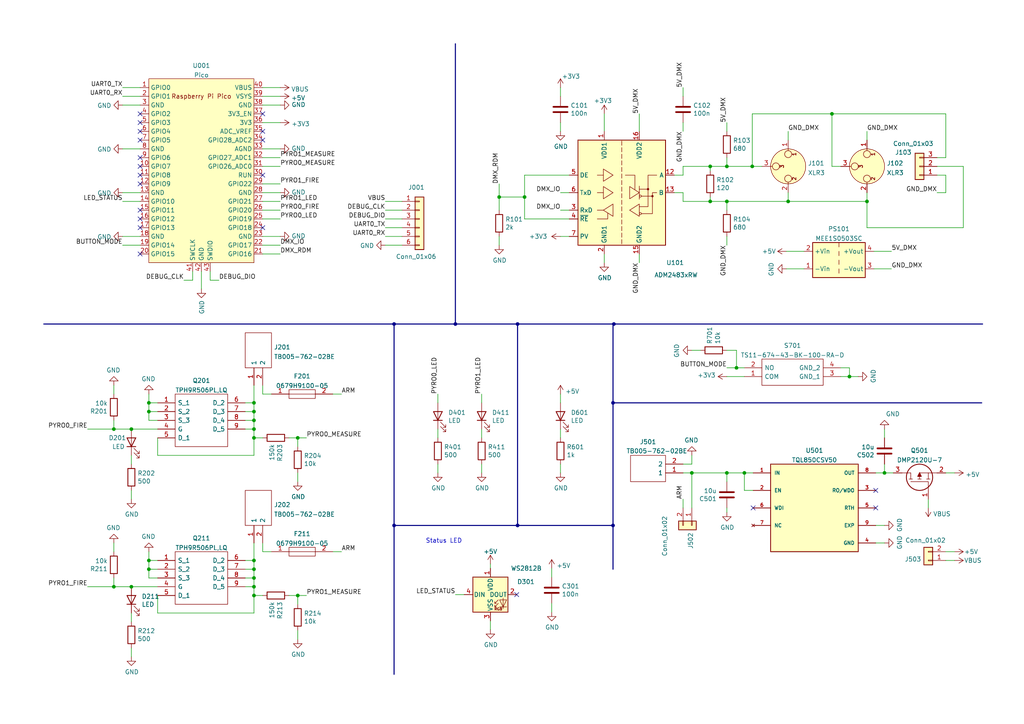
<source format=kicad_sch>
(kicad_sch (version 20211123) (generator eeschema)
  (paper "A4")
  (junction (at 73.66 119.38))
  (junction (at 213.614 106.68))
  (junction (at 256.54 137.16))
  (junction (at 73.66 170.18))
  (junction (at 205.994 48.26))
  (junction (at 200.66 137.16))
  (junction (at 38.1 170.18))
  (junction (at 205.994 58.42))
  (junction (at 33.02 124.46))
  (junction (at 114.3 152.4))
  (junction (at 150.114 152.4))
  (junction (at 246.38 109.22))
  (junction (at 86.36 127))
  (junction (at 144.78 57.15))
  (junction (at 73.66 116.84))
  (junction (at 210.82 137.16))
  (junction (at 210.82 48.26))
  (junction (at 150.114 93.98))
  (junction (at 228.6 58.42))
  (junction (at 86.36 172.72))
  (junction (at 73.66 127))
  (junction (at 177.8 116.84))
  (junction (at 33.02 170.18))
  (junction (at 210.82 58.42))
  (junction (at 251.46 58.42))
  (junction (at 177.8 152.4))
  (junction (at 73.66 124.46))
  (junction (at 73.66 121.92))
  (junction (at 73.66 165.1))
  (junction (at 178.054 93.98))
  (junction (at 73.66 167.64))
  (junction (at 73.66 172.72))
  (junction (at 73.66 162.56))
  (junction (at 43.18 165.1))
  (junction (at 241.3 33.02))
  (junction (at 218.186 48.26))
  (junction (at 132.08 93.98))
  (junction (at 114.3 93.98))
  (junction (at 43.18 119.38))
  (junction (at 215.9 137.16))
  (junction (at 43.18 162.56))
  (junction (at 152.146 57.15))
  (junction (at 38.1 124.46))
  (junction (at 43.18 116.84))
  (no_connect (at 254 147.32))
  (no_connect (at 254 142.24))
  (no_connect (at 218.44 147.32))
  (no_connect (at 40.64 60.96))
  (no_connect (at 40.64 73.66))
  (no_connect (at 76.2 66.04))
  (no_connect (at 76.2 50.8))
  (no_connect (at 40.64 50.8))
  (no_connect (at 40.64 35.56))
  (no_connect (at 40.64 38.1))
  (no_connect (at 40.64 48.26))
  (no_connect (at 76.2 33.02))
  (no_connect (at 40.64 45.72))
  (no_connect (at 40.64 66.04))
  (no_connect (at 76.2 40.64))
  (no_connect (at 40.64 40.64))
  (no_connect (at 40.64 63.5))
  (no_connect (at 40.64 33.02))
  (no_connect (at 149.86 172.466))
  (no_connect (at 40.64 53.34))
  (no_connect (at 76.2 38.1))
  (wire (pts (xy 25.4 170.18) (xy 33.02 170.18)))
  (wire (pts (xy 35.56 58.42) (xy 40.64 58.42)))
  (wire (pts (xy 76.2 111.76) (xy 76.2 114.3)))
  (wire (pts (xy 38.1 134.62) (xy 38.1 132.08)))
  (wire (pts (xy 198.12 35.56) (xy 198.12 38.1)))
  (wire (pts (xy 43.18 165.1) (xy 45.72 165.1)))
  (wire (pts (xy 210.82 58.42) (xy 228.6 58.42)))
  (wire (pts (xy 71.12 119.38) (xy 73.66 119.38)))
  (wire (pts (xy 76.2 25.4) (xy 81.28 25.4)))
  (wire (pts (xy 73.66 127) (xy 76.2 127)))
  (wire (pts (xy 198.12 50.8) (xy 198.12 48.26)))
  (wire (pts (xy 274.32 50.8) (xy 274.32 55.88)))
  (wire (pts (xy 228.092 72.898) (xy 233.172 72.898)))
  (wire (pts (xy 254 137.16) (xy 256.54 137.16)))
  (wire (pts (xy 86.36 127) (xy 88.9 127)))
  (wire (pts (xy 45.72 132.08) (xy 73.66 132.08)))
  (wire (pts (xy 162.56 35.56) (xy 162.56 38.1)))
  (wire (pts (xy 269.24 144.78) (xy 269.24 147.32)))
  (wire (pts (xy 198.12 55.88) (xy 198.12 58.42)))
  (wire (pts (xy 73.66 162.56) (xy 71.12 162.56)))
  (wire (pts (xy 127 116.84) (xy 127 114.3)))
  (wire (pts (xy 76.2 27.94) (xy 81.28 27.94)))
  (wire (pts (xy 33.02 167.64) (xy 33.02 170.18)))
  (wire (pts (xy 210.82 147.32) (xy 210.82 148.59)))
  (wire (pts (xy 251.46 55.88) (xy 251.46 58.42)))
  (wire (pts (xy 86.36 182.88) (xy 86.36 185.42)))
  (wire (pts (xy 274.32 137.16) (xy 276.86 137.16)))
  (bus (pts (xy 12.7 93.98) (xy 114.3 93.98)))
  (bus (pts (xy 132.08 12.7) (xy 132.08 93.98)))
  (wire (pts (xy 86.36 137.16) (xy 86.36 139.7)))
  (wire (pts (xy 60.96 81.28) (xy 63.5 81.28)))
  (wire (pts (xy 198.12 134.62) (xy 200.66 134.62)))
  (wire (pts (xy 45.72 127) (xy 45.72 132.08)))
  (wire (pts (xy 228.6 38.1) (xy 228.6 40.64)))
  (wire (pts (xy 210.82 139.7) (xy 210.82 137.16)))
  (wire (pts (xy 243.84 106.68) (xy 246.38 106.68)))
  (bus (pts (xy 150.114 93.98) (xy 150.114 152.4)))
  (wire (pts (xy 76.2 53.34) (xy 81.28 53.34)))
  (wire (pts (xy 73.66 157.48) (xy 73.66 162.56)))
  (wire (pts (xy 195.58 55.88) (xy 198.12 55.88)))
  (wire (pts (xy 86.36 172.72) (xy 88.9 172.72)))
  (wire (pts (xy 271.78 45.72) (xy 274.32 45.72)))
  (wire (pts (xy 33.02 170.18) (xy 38.1 170.18)))
  (wire (pts (xy 200.66 132.08) (xy 200.66 134.62)))
  (wire (pts (xy 175.26 33.02) (xy 175.26 38.1)))
  (wire (pts (xy 111.76 63.5) (xy 116.586 63.5)))
  (wire (pts (xy 76.2 48.26) (xy 81.28 48.26)))
  (wire (pts (xy 38.1 144.78) (xy 38.1 142.24)))
  (bus (pts (xy 177.8 93.98) (xy 177.8 116.84)))
  (wire (pts (xy 33.02 114.3) (xy 33.02 111.76)))
  (wire (pts (xy 40.64 68.58) (xy 35.56 68.58)))
  (wire (pts (xy 213.614 101.6) (xy 213.614 106.68)))
  (bus (pts (xy 177.8 116.84) (xy 284.734 116.84)))
  (wire (pts (xy 76.2 30.48) (xy 81.28 30.48)))
  (wire (pts (xy 205.994 49.53) (xy 205.994 48.26)))
  (wire (pts (xy 76.2 35.56) (xy 81.28 35.56)))
  (wire (pts (xy 73.66 116.84) (xy 71.12 116.84)))
  (wire (pts (xy 144.78 68.58) (xy 144.78 71.12)))
  (wire (pts (xy 111.76 68.58) (xy 116.586 68.58)))
  (wire (pts (xy 45.72 121.92) (xy 43.18 121.92)))
  (wire (pts (xy 144.78 57.15) (xy 152.146 57.15)))
  (bus (pts (xy 178.054 93.98) (xy 284.988 93.98)))
  (wire (pts (xy 215.9 137.16) (xy 215.9 142.24)))
  (bus (pts (xy 114.3 152.4) (xy 150.114 152.4)))
  (wire (pts (xy 86.36 172.72) (xy 86.36 175.26)))
  (wire (pts (xy 127 127) (xy 127 124.46)))
  (wire (pts (xy 35.56 27.94) (xy 40.64 27.94)))
  (wire (pts (xy 40.64 55.88) (xy 35.56 55.88)))
  (wire (pts (xy 43.18 119.38) (xy 43.18 116.84)))
  (wire (pts (xy 228.092 77.978) (xy 233.172 77.978)))
  (wire (pts (xy 25.4 124.46) (xy 33.02 124.46)))
  (wire (pts (xy 210.82 106.68) (xy 213.614 106.68)))
  (wire (pts (xy 73.66 170.18) (xy 73.66 167.64)))
  (wire (pts (xy 139.7 116.84) (xy 139.7 114.3)))
  (wire (pts (xy 279.4 48.26) (xy 279.4 66.04)))
  (wire (pts (xy 139.7 127) (xy 139.7 124.46)))
  (wire (pts (xy 71.12 167.64) (xy 73.66 167.64)))
  (wire (pts (xy 248.92 109.22) (xy 246.38 109.22)))
  (wire (pts (xy 144.78 57.15) (xy 144.78 60.96)))
  (wire (pts (xy 76.2 114.3) (xy 78.74 114.3)))
  (wire (pts (xy 71.12 170.18) (xy 73.66 170.18)))
  (wire (pts (xy 76.2 157.48) (xy 76.2 160.02)))
  (wire (pts (xy 76.2 73.66) (xy 81.28 73.66)))
  (wire (pts (xy 76.2 68.58) (xy 81.28 68.58)))
  (wire (pts (xy 198.12 48.26) (xy 205.994 48.26)))
  (bus (pts (xy 177.8 152.4) (xy 177.8 165.1)))
  (wire (pts (xy 198.12 137.16) (xy 200.66 137.16)))
  (wire (pts (xy 210.82 45.72) (xy 210.82 48.26)))
  (wire (pts (xy 96.52 160.02) (xy 99.06 160.02)))
  (wire (pts (xy 218.186 48.26) (xy 220.98 48.26)))
  (wire (pts (xy 251.46 38.1) (xy 251.46 40.64)))
  (wire (pts (xy 162.56 55.88) (xy 165.1 55.88)))
  (wire (pts (xy 185.42 73.66) (xy 185.42 76.2)))
  (wire (pts (xy 241.3 33.02) (xy 218.186 33.02)))
  (wire (pts (xy 45.72 172.72) (xy 45.72 177.8)))
  (wire (pts (xy 53.34 81.28) (xy 55.88 81.28)))
  (wire (pts (xy 60.96 78.74) (xy 60.96 81.28)))
  (wire (pts (xy 73.66 119.38) (xy 73.66 116.84)))
  (wire (pts (xy 152.146 50.8) (xy 152.146 57.15)))
  (wire (pts (xy 33.02 160.02) (xy 33.02 157.48)))
  (wire (pts (xy 86.36 127) (xy 86.36 129.54)))
  (bus (pts (xy 114.3 195.58) (xy 114.3 152.4)))
  (wire (pts (xy 274.32 162.56) (xy 276.86 162.56)))
  (wire (pts (xy 243.84 109.22) (xy 246.38 109.22)))
  (wire (pts (xy 40.64 30.48) (xy 35.56 30.48)))
  (wire (pts (xy 160.02 175.006) (xy 160.02 177.546)))
  (wire (pts (xy 195.58 50.8) (xy 198.12 50.8)))
  (wire (pts (xy 73.66 170.18) (xy 73.66 172.72)))
  (wire (pts (xy 198.12 144.78) (xy 198.12 147.32)))
  (wire (pts (xy 73.66 127) (xy 73.66 132.08)))
  (bus (pts (xy 114.3 152.4) (xy 114.3 93.98)))
  (wire (pts (xy 205.994 48.26) (xy 210.82 48.26)))
  (wire (pts (xy 256.54 124.46) (xy 256.54 127)))
  (wire (pts (xy 256.54 137.16) (xy 259.08 137.16)))
  (wire (pts (xy 246.38 106.68) (xy 246.38 109.22)))
  (wire (pts (xy 111.76 66.04) (xy 116.586 66.04)))
  (wire (pts (xy 210.82 35.56) (xy 210.82 38.1)))
  (wire (pts (xy 162.56 68.58) (xy 165.1 68.58)))
  (wire (pts (xy 83.82 172.72) (xy 86.36 172.72)))
  (wire (pts (xy 251.46 66.04) (xy 251.46 58.42)))
  (wire (pts (xy 73.66 167.64) (xy 73.66 165.1)))
  (bus (pts (xy 177.8 116.84) (xy 177.8 152.4)))
  (wire (pts (xy 43.18 167.64) (xy 43.18 165.1)))
  (wire (pts (xy 162.56 127) (xy 162.56 124.46)))
  (wire (pts (xy 38.1 190.5) (xy 38.1 187.96)))
  (wire (pts (xy 71.12 124.46) (xy 73.66 124.46)))
  (wire (pts (xy 218.186 33.02) (xy 218.186 48.26)))
  (wire (pts (xy 256.54 134.62) (xy 256.54 137.16)))
  (wire (pts (xy 200.66 137.16) (xy 210.82 137.16)))
  (wire (pts (xy 73.66 124.46) (xy 73.66 127)))
  (wire (pts (xy 198.12 25.4) (xy 198.12 27.94)))
  (wire (pts (xy 165.1 50.8) (xy 152.146 50.8)))
  (wire (pts (xy 271.78 50.8) (xy 274.32 50.8)))
  (wire (pts (xy 73.66 121.92) (xy 73.66 119.38)))
  (wire (pts (xy 139.7 137.16) (xy 139.7 134.62)))
  (wire (pts (xy 55.88 81.28) (xy 55.88 78.74)))
  (wire (pts (xy 274.32 33.02) (xy 241.3 33.02)))
  (wire (pts (xy 40.64 43.18) (xy 35.56 43.18)))
  (wire (pts (xy 71.12 121.92) (xy 73.66 121.92)))
  (wire (pts (xy 160.02 164.846) (xy 160.02 167.386)))
  (wire (pts (xy 38.1 180.34) (xy 38.1 177.8)))
  (wire (pts (xy 132.08 172.466) (xy 134.62 172.466)))
  (wire (pts (xy 215.9 142.24) (xy 218.44 142.24)))
  (wire (pts (xy 73.66 124.46) (xy 73.66 121.92)))
  (wire (pts (xy 33.02 124.46) (xy 38.1 124.46)))
  (wire (pts (xy 210.82 137.16) (xy 215.9 137.16)))
  (wire (pts (xy 271.78 48.26) (xy 279.4 48.26)))
  (wire (pts (xy 111.76 58.42) (xy 116.586 58.42)))
  (wire (pts (xy 210.82 101.6) (xy 213.614 101.6)))
  (wire (pts (xy 35.56 25.4) (xy 40.64 25.4)))
  (wire (pts (xy 45.72 167.64) (xy 43.18 167.64)))
  (wire (pts (xy 33.02 121.92) (xy 33.02 124.46)))
  (wire (pts (xy 43.18 116.84) (xy 45.72 116.84)))
  (wire (pts (xy 43.18 121.92) (xy 43.18 119.38)))
  (wire (pts (xy 111.76 60.96) (xy 116.586 60.96)))
  (wire (pts (xy 35.56 71.12) (xy 40.64 71.12)))
  (wire (pts (xy 76.2 60.96) (xy 81.28 60.96)))
  (wire (pts (xy 142.24 180.086) (xy 142.24 182.626)))
  (wire (pts (xy 200.66 137.16) (xy 200.66 147.32)))
  (wire (pts (xy 142.24 164.846) (xy 142.24 163.576)))
  (wire (pts (xy 210.82 48.26) (xy 218.186 48.26)))
  (wire (pts (xy 175.26 73.66) (xy 175.26 76.2)))
  (wire (pts (xy 76.2 43.18) (xy 81.28 43.18)))
  (wire (pts (xy 58.42 78.74) (xy 58.42 83.82)))
  (wire (pts (xy 254 157.48) (xy 256.54 157.48)))
  (wire (pts (xy 73.66 165.1) (xy 73.66 162.56)))
  (wire (pts (xy 76.2 45.72) (xy 81.28 45.72)))
  (wire (pts (xy 253.492 77.978) (xy 258.572 77.978)))
  (wire (pts (xy 274.32 55.88) (xy 271.78 55.88)))
  (wire (pts (xy 152.146 63.5) (xy 165.1 63.5)))
  (wire (pts (xy 38.1 124.46) (xy 45.72 124.46)))
  (wire (pts (xy 73.66 111.76) (xy 73.66 116.84)))
  (wire (pts (xy 162.56 60.96) (xy 165.1 60.96)))
  (wire (pts (xy 243.84 48.26) (xy 241.3 48.26)))
  (wire (pts (xy 279.4 66.04) (xy 251.46 66.04)))
  (wire (pts (xy 73.66 172.72) (xy 76.2 172.72)))
  (wire (pts (xy 43.18 114.3) (xy 43.18 116.84)))
  (wire (pts (xy 185.42 33.02) (xy 185.42 38.1)))
  (wire (pts (xy 228.6 55.88) (xy 228.6 58.42)))
  (wire (pts (xy 76.2 160.02) (xy 78.74 160.02)))
  (wire (pts (xy 71.12 165.1) (xy 73.66 165.1)))
  (wire (pts (xy 253.492 72.898) (xy 258.572 72.898)))
  (wire (pts (xy 38.1 170.18) (xy 45.72 170.18)))
  (wire (pts (xy 45.72 177.8) (xy 73.66 177.8)))
  (wire (pts (xy 251.46 58.42) (xy 228.6 58.42)))
  (wire (pts (xy 210.82 58.42) (xy 210.82 60.96)))
  (wire (pts (xy 43.18 160.02) (xy 43.18 162.56)))
  (wire (pts (xy 274.32 160.02) (xy 276.86 160.02)))
  (wire (pts (xy 73.66 172.72) (xy 73.66 177.8)))
  (wire (pts (xy 198.12 58.42) (xy 205.994 58.42)))
  (wire (pts (xy 215.9 137.16) (xy 218.44 137.16)))
  (bus (pts (xy 150.114 93.98) (xy 177.8 93.98)))
  (wire (pts (xy 152.146 57.15) (xy 152.146 63.5)))
  (wire (pts (xy 96.52 114.3) (xy 99.06 114.3)))
  (wire (pts (xy 76.2 58.42) (xy 81.28 58.42)))
  (wire (pts (xy 200.66 101.6) (xy 203.2 101.6)))
  (wire (pts (xy 111.76 71.12) (xy 116.586 71.12)))
  (wire (pts (xy 205.994 58.42) (xy 210.82 58.42)))
  (wire (pts (xy 83.82 127) (xy 86.36 127)))
  (wire (pts (xy 210.82 109.22) (xy 215.9 109.22)))
  (wire (pts (xy 76.2 71.12) (xy 81.28 71.12)))
  (wire (pts (xy 144.78 53.34) (xy 144.78 57.15)))
  (wire (pts (xy 254 152.4) (xy 256.54 152.4)))
  (wire (pts (xy 210.82 68.58) (xy 210.82 71.12)))
  (bus (pts (xy 150.114 152.4) (xy 177.8 152.4)))
  (bus (pts (xy 114.3 93.98) (xy 132.08 93.98)))
  (wire (pts (xy 76.2 63.5) (xy 81.28 63.5)))
  (wire (pts (xy 205.994 57.15) (xy 205.994 58.42)))
  (wire (pts (xy 43.18 119.38) (xy 45.72 119.38)))
  (wire (pts (xy 43.18 165.1) (xy 43.18 162.56)))
  (wire (pts (xy 127 137.16) (xy 127 134.62)))
  (bus (pts (xy 132.08 93.98) (xy 150.114 93.98)))
  (wire (pts (xy 241.3 48.26) (xy 241.3 33.02)))
  (wire (pts (xy 43.18 162.56) (xy 45.72 162.56)))
  (wire (pts (xy 76.2 55.88) (xy 81.28 55.88)))
  (wire (pts (xy 274.32 45.72) (xy 274.32 33.02)))
  (wire (pts (xy 162.56 25.4) (xy 162.56 27.94)))
  (wire (pts (xy 162.56 116.84) (xy 162.56 114.3)))
  (wire (pts (xy 162.56 137.16) (xy 162.56 134.62)))
  (wire (pts (xy 213.614 106.68) (xy 215.9 106.68)))
  (text "Status LED" (at 123.444 157.734 0) (effects (font (size 1.27 1.27)) (justify left bottom)))
  (label "PYRO1_MEASURE" (at 81.28 45.72 0))
  (label "PYRO0_MEASURE" (at 81.28 48.26 0))
  (label "PYRO1_FIRE" (at 25.4 170.18 180))
  (label "UART0_RX" (at 35.56 27.94 180))
  (label "DEBUG_DIO" (at 63.5 81.28 0))
  (label "DEBUG_CLK" (at 53.34 81.28 180))
  (label "PYRO0_LED" (at 81.28 63.5 0))
  (label "LED_STATUS" (at 35.56 58.42 180))
  (label "GND_DMX" (at 210.82 71.12 270))
  (label "PYRO1_LED" (at 81.28 58.42 0))
  (label "ARM" (at 198.12 144.78 90))
  (label "GND_DMX" (at 251.46 38.1 0))
  (label "PYRO1_MEASURE" (at 88.9 172.72 0))
  (label "5V_DMX" (at 198.12 25.4 90))
  (label "LED_STATUS" (at 132.08 172.466 180))
  (label "5V_DMX" (at 258.572 72.898 0))
  (label "DMX_RDM" (at 81.28 73.66 0))
  (label "VBUS" (at 111.76 58.42 180))
  (label "GND_DMX" (at 185.42 76.2 270))
  (label "DMX_RDM" (at 144.78 53.34 90))
  (label "PYRO1_LED" (at 139.7 114.3 90))
  (label "BUTTON_MODE" (at 35.56 71.12 180))
  (label "PYRO0_FIRE" (at 25.4 124.46 180))
  (label "UART0_TX" (at 111.76 66.04 180))
  (label "GND_DMX" (at 271.78 55.88 180))
  (label "GND_DMX" (at 258.572 77.978 0))
  (label "5V_DMX" (at 185.42 33.02 90))
  (label "DEBUG_CLK" (at 111.76 60.96 180))
  (label "PYRO0_FIRE" (at 81.28 60.96 0))
  (label "ARM" (at 99.06 160.02 0))
  (label "ARM" (at 99.06 114.3 0))
  (label "GND_DMX" (at 228.6 38.1 0))
  (label "DEBUG_DIO" (at 111.76 63.5 180))
  (label "BUTTON_MODE" (at 210.82 106.68 180))
  (label "PYRO1_FIRE" (at 81.28 53.34 0))
  (label "PYRO0_LED" (at 127 114.3 90))
  (label "UART0_RX" (at 111.76 68.58 180))
  (label "GND_DMX" (at 198.12 38.1 270))
  (label "5V_DMX" (at 210.82 35.56 90))
  (label "PYRO0_MEASURE" (at 88.9 127 0))
  (label "DMX_IO" (at 162.56 55.88 180))
  (label "UART0_TX" (at 35.56 25.4 180))
  (label "DMX_IO" (at 162.56 60.96 180))
  (label "DMX_IO" (at 81.28 71.12 0))
  (symbol (lib_id "power:GND") (at 81.28 43.18 90) (unit 1)
    (property "Reference" "#PWR0109" (effects hide))
    (property "Value" "GND" (at 84.5312 43.053 90) (effects (justify right)))
  )
  (symbol (lib_id "power:+5V") (at 228.092 72.898 90) (unit 1)
    (property "Reference" "#PWR0125" (effects hide))
    (property "Value" "+5V" (at 220.98 72.898 90) (effects (justify right)))
  )
  (symbol (lib_id "power:GND") (at 43.18 160.02 180) (unit 1)
    (property "Reference" "#PWR0124" (effects hide))
    (property "Value" "GND" (at 43.053 155.6258 0))
  )
  (symbol (lib_id "Device:LED") (at 162.56 120.65 90) (unit 1)
    (property "Reference" "D601" (at 165.5572 119.6594 90) (effects (justify right)))
    (property "Value" "LED" (at 165.5572 121.9708 90) (effects (justify right)))
    (property "Footprint" "LED_SMD:LED_0603_1608Metric" (effects hide))
  )
  (symbol (lib_id "power:+5V") (at 160.02 164.846 0) (unit 1)
    (property "Reference" "#PWR0118" (effects hide))
    (property "Value" "+5V" (at 161.417 164.055 0) (effects (justify left)))
  )
  (symbol (lib_id "power:+3.3V") (at 162.56 25.4 0) (unit 1)
    (property "Reference" "#PWR0129" (effects hide))
    (property "Value" "+3.3V" (at 162.941 22.1488 0) (effects (justify left)))
  )
  (symbol (lib_id "power:GND") (at 160.02 177.546 0) (unit 1)
    (property "Reference" "#PWR0117" (effects hide))
    (property "Value" "GND" (at 160.147 181.9402 0))
  )
  (symbol (lib_id "Device:C") (at 160.02 171.196 0) (unit 1)
    (property "Reference" "C301" (at 162.941 170.0276 0) (effects (justify left)))
    (property "Value" "100n" (at 162.941 172.339 0) (effects (justify left)))
    (property "Footprint" "Capacitor_SMD:C_0402_1005Metric" (effects hide))
    (property "PN" "LMK105B7104KVHF" (effects hide))
  )
  (symbol (lib_id "Device:C") (at 162.56 31.75 0) (unit 1)
    (property "Reference" "C101" (at 165.481 30.5816 0) (effects (justify left)))
    (property "Value" "100n" (at 165.481 32.893 0) (effects (justify left)))
    (property "Footprint" "Capacitor_SMD:C_0402_1005Metric" (effects hide))
    (property "PN" "LMK105B7104KVHF" (effects hide))
  )
  (symbol (lib_id "Device:C") (at 256.54 130.81 180) (unit 1)
    (property "Reference" "C502" (at 253.619 131.9784 0) (effects (justify left)))
    (property "Value" "10u" (at 253.619 129.667 0) (effects (justify left)))
    (property "Footprint" "Capacitor_SMD:C_0805_2012Metric_Pad1.18x1.45mm_HandSolder" (effects hide))
  )
  (symbol (lib_id "power:GND") (at 43.18 114.3 180) (unit 1)
    (property "Reference" "#PWR0119" (effects hide))
    (property "Value" "GND" (at 43.053 109.9058 0))
  )
  (symbol (lib_id "Device:R") (at 86.36 179.07 180) (unit 1)
    (property "Reference" "R214" (at 88.138 177.9016 0) (effects (justify right)))
    (property "Value" "10k" (at 88.138 180.213 0) (effects (justify right)))
    (property "Footprint" "Resistor_SMD:R_0402_1005Metric" (effects hide))
    (property "PN" "RC0402FR-0730KL" (effects hide))
  )
  (symbol (lib_id "TB005-762-02BE:TB005-762-02BE") (at 73.66 157.48 90) (unit 1)
    (property "Reference" "J202" (at 79.4512 146.4115 90) (effects (justify right)))
    (property "Value" "TB005-762-02BE" (at 79.4512 149.1866 90) (effects (justify right)))
    (property "Footprint" "TB00576202BE" (effects hide))
    (property "Datasheet" "https://componentsearchengine.com/Datasheets/1/TB005-762-02BE.pdf" (effects hide))
    (property "Description" "Fixed Terminal Blocks screw type, 7.62 , horizontal, 2 poles, CUI Blue, slotted screw, PCB mount" (effects hide))
    (property "Height" "21.7" (effects hide))
    (property "Mouser Part Number" "490-TB005-762-02BE" (effects hide))
    (property "Mouser Price/Stock" "https://www.mouser.co.uk/ProductDetail/CUI-Devices/TB005-762-02BE?qs=vLWxofP3U2zXv1H2wuShow%3D%3D" (effects hide))
    (property "Manufacturer_Name" "CUI Inc." (effects hide))
    (property "Manufacturer_Part_Number" "TB005-762-02BE" (effects hide))
  )
  (symbol (lib_id "Interface_UART:ADM2483xRW") (at 180.34 55.88 0) (unit 1)
    (property "Reference" "U101" (at 195.834 76.2 0))
    (property "Value" "ADM2483xRW" (at 196.088 79.756 0))
    (property "Footprint" "Package_SO:SOIC-16W_7.5x10.3mm_P1.27mm" (effects hide))
    (property "Datasheet" "https://www.analog.com/media/en/technical-documentation/data-sheets/adm2483.pdf" (effects hide))
  )
  (symbol (lib_id "power:GND") (at 248.92 109.22 90) (unit 1)
    (property "Reference" "#PWR0139" (effects hide))
    (property "Value" "GND" (at 253.3142 109.093 0))
  )
  (symbol (lib_id "Device:R") (at 162.56 130.81 0) (unit 1)
    (property "Reference" "R601" (at 164.338 129.6416 0) (effects (justify left)))
    (property "Value" "1k" (at 164.338 131.953 0) (effects (justify left)))
    (property "Footprint" "Resistor_SMD:R_0402_1005Metric" (effects hide))
    (property "PN" "RC0402FR-071KP‎" (effects hide))
  )
  (symbol (lib_id "power:GND") (at 35.56 68.58 270) (unit 1)
    (property "Reference" "#PWR0102" (effects hide))
    (property "Value" "GND" (at 32.3088 68.707 90) (effects (justify right)))
  )
  (symbol (lib_id "Device:C") (at 198.12 31.75 0) (unit 1)
    (property "Reference" "C102" (at 201.041 30.5816 0) (effects (justify left)))
    (property "Value" "100n" (at 201.041 32.893 0) (effects (justify left)))
    (property "Footprint" "Capacitor_SMD:C_0402_1005Metric" (effects hide))
    (property "PN" "LMK105B7104KVHF" (effects hide))
  )
  (symbol (lib_id "Device:R") (at 207.01 101.6 90) (unit 1)
    (property "Reference" "R701" (at 205.8416 99.822 0) (effects (justify left)))
    (property "Value" "10k" (at 208.153 99.822 0) (effects (justify left)))
    (property "Footprint" "Resistor_SMD:R_0402_1005Metric" (effects hide))
    (property "PN" "RC0402FR-071KP‎" (effects hide))
  )
  (symbol (lib_id "Device:R") (at 38.1 184.15 0) (unit 1)
    (property "Reference" "R212" (at 39.878 182.9816 0) (effects (justify left)))
    (property "Value" "500" (at 39.878 185.293 0) (effects (justify left)))
    (property "Footprint" "Resistor_SMD:R_0402_1005Metric" (effects hide))
    (property "PN" "RC0402FR-071KP‎" (effects hide))
  )
  (symbol (lib_id "power:GND") (at 162.56 137.16 0) (unit 1)
    (property "Reference" "#PWR0138" (effects hide))
    (property "Value" "GND" (at 162.687 141.5542 0))
  )
  (symbol (lib_id "LED:WS2812B") (at 142.24 172.466 0) (unit 1)
    (property "Reference" "D301" (at 152.5459 168.7408 0))
    (property "Value" "WS2812B" (at 152.654 164.846 0))
    (property "Footprint" "LED_SMD:LED_WS2812B_PLCC4_5.0x5.0mm_P3.2mm" (effects hide))
    (property "Datasheet" "https://cdn-shop.adafruit.com/datasheets/WS2812B.pdf" (effects hide))
  )
  (symbol (lib_id "Device:LED") (at 38.1 173.99 90) (unit 1)
    (property "Reference" "D211" (at 41.0972 172.9994 90) (effects (justify right)))
    (property "Value" "LED" (at 41.0972 175.3108 90) (effects (justify right)))
    (property "Footprint" "LED_SMD:LED_0603_1608Metric" (effects hide))
  )
  (symbol (lib_id "Device:R") (at 127 130.81 0) (unit 1)
    (property "Reference" "R401" (at 128.778 129.6416 0) (effects (justify left)))
    (property "Value" "500" (at 128.778 131.953 0) (effects (justify left)))
    (property "Footprint" "Resistor_SMD:R_0402_1005Metric" (effects hide))
    (property "PN" "RC0402FR-071KP‎" (effects hide))
  )
  (symbol (lib_id "Device:R") (at 80.01 172.72 90) (unit 1)
    (property "Reference" "R213" (at 81.1784 174.498 0) (effects (justify right)))
    (property "Value" "150k" (at 78.867 174.498 0) (effects (justify right)))
    (property "Footprint" "Resistor_SMD:R_0402_1005Metric" (effects hide))
    (property "PN" "RC0402FR-07150KL" (effects hide))
  )
  (symbol (lib_id "power:GND") (at 127 137.16 0) (unit 1)
    (property "Reference" "#PWR0120" (effects hide))
    (property "Value" "GND" (at 127.127 141.5542 0))
  )
  (symbol (lib_id "power:GND") (at 86.36 139.7 0) (unit 1)
    (property "Reference" "#PWR0136" (effects hide))
    (property "Value" "GND" (at 86.487 144.0942 0))
  )
  (symbol (lib_id "Device:R") (at 33.02 163.83 0) (unit 1)
    (property "Reference" "R211" (at 31.242 164.9984 0) (effects (justify right)))
    (property "Value" "10k" (at 31.242 162.687 0) (effects (justify right)))
    (property "Footprint" "Resistor_SMD:R_0402_1005Metric" (effects hide))
    (property "PN" "RC0402FR-0710KL‎" (effects hide))
  )
  (symbol (lib_id "Device:R") (at 210.82 64.77 0) (unit 1)
    (property "Reference" "R104" (at 212.598 63.6016 0) (effects (justify left)))
    (property "Value" "680" (at 212.598 65.913 0) (effects (justify left)))
    (property "Footprint" "Resistor_SMD:R_0402_1005Metric" (effects hide))
    (property "PN" "RC0402FR-071KP‎" (effects hide))
  )
  (symbol (lib_id "DMP2120U-7:DMP2120U-7") (at 269.24 144.78 90) (unit 1)
    (property "Reference" "Q501" (at 266.7 130.6535 90))
    (property "Value" "DMP2120U-7" (at 266.7 133.4286 90))
    (property "Footprint" "SOT96P240X110-3N" (effects hide))
    (property "Datasheet" "https://www.diodes.com/assets/Datasheets/DMP2120U.pdf" (effects hide))
    (property "Description" "DMP2120U-7 P-Channel MOSFET, 3 (State) A, 3.8 (Steady) A, 20 V, 3-Pin SOT-23 Diodes Inc" (effects hide))
    (property "Height" "1.1" (effects hide))
    (property "Mouser Part Number" "621-DMP2120U-7" (effects hide))
    (property "Mouser Price/Stock" "https://www.mouser.co.uk/ProductDetail/Diodes-Incorporated/DMP2120U-7?qs=rrS6PyfT74danH7MTikTvQ%3D%3D" (effects hide))
    (property "Manufacturer_Name" "Diodes Inc." (effects hide))
    (property "Manufacturer_Part_Number" "DMP2120U-7" (effects hide))
  )
  (symbol (lib_id "power:GND") (at 81.28 55.88 90) (unit 1)
    (property "Reference" "#PWR0111" (effects hide))
    (property "Value" "GND" (at 84.5312 55.753 90) (effects (justify right)))
  )
  (symbol (lib_id "Device:R") (at 80.01 127 90) (unit 1)
    (property "Reference" "R203" (at 81.1784 128.778 0) (effects (justify right)))
    (property "Value" "150k" (at 78.867 128.778 0) (effects (justify right)))
    (property "Footprint" "Resistor_SMD:R_0402_1005Metric" (effects hide))
    (property "PN" "RC0402FR-07150KL" (effects hide))
  )
  (symbol (lib_id "Connector_Generic:Conn_01x02") (at 200.66 152.4 270) (unit 1)
    (property "Reference" "J502" (at 200.2985 154.432 0) (effects (justify left)))
    (property "Value" "Conn_01x02" (at 192.786 149.606 0) (effects (justify left)))
    (property "Footprint" "Connector_AMASS:AMASS_XT30U-F_1x02_P5.0mm_Vertical" (effects hide))
  )
  (symbol (lib_id "power:GND") (at 35.56 55.88 270) (unit 1)
    (property "Reference" "#PWR0101" (effects hide))
    (property "Value" "GND" (at 32.3088 56.007 90) (effects (justify right)))
  )
  (symbol (lib_id "power:GND") (at 38.1 190.5 0) (unit 1)
    (property "Reference" "#PWR0135" (effects hide))
    (property "Value" "GND" (at 38.227 194.8942 0))
  )
  (symbol (lib_id "Device:R") (at 144.78 64.77 0) (unit 1)
    (property "Reference" "R101" (at 146.558 63.6016 0) (effects (justify left)))
    (property "Value" "2k" (at 146.558 65.913 0) (effects (justify left)))
    (property "Footprint" "Resistor_SMD:R_0402_1005Metric" (effects hide))
    (property "PN" "RC0402FR-071KP‎" (effects hide))
  )
  (symbol (lib_id "Device:LED") (at 127 120.65 90) (unit 1)
    (property "Reference" "D401" (at 129.9972 119.6594 90) (effects (justify right)))
    (property "Value" "LED" (at 129.9972 121.9708 90) (effects (justify right)))
    (property "Footprint" "LED_SMD:LED_0603_1608Metric" (effects hide))
  )
  (symbol (lib_id "power:+5V") (at 162.56 114.3 0) (unit 1)
    (property "Reference" "#PWR0137" (effects hide))
    (property "Value" "+5V" (at 163.957 113.509 0) (effects (justify left)))
  )
  (symbol (lib_id "power:GND") (at 38.1 144.78 0) (unit 1)
    (property "Reference" "#PWR0132" (effects hide))
    (property "Value" "GND" (at 38.227 149.1742 0))
  )
  (symbol (lib_id "power:GND") (at 111.76 71.12 270) (unit 1)
    (property "Reference" "#PWR0131" (effects hide))
    (property "Value" "GND" (at 108.5088 71.247 90) (effects (justify right)))
  )
  (symbol (lib_id "power:VBUS") (at 81.28 25.4 270) (unit 1)
    (property "Reference" "#PWR0113" (effects hide))
    (property "Value" "VBUS" (at 84.455 25.879 90) (effects (justify left)))
  )
  (symbol (lib_id "power:GND") (at 86.36 185.42 0) (unit 1)
    (property "Reference" "#PWR0108" (effects hide))
    (property "Value" "GND" (at 86.487 189.8142 0))
  )
  (symbol (lib_id "power:GND") (at 139.7 137.16 0) (unit 1)
    (property "Reference" "#PWR0133" (effects hide))
    (property "Value" "GND" (at 139.827 141.5542 0))
  )
  (symbol (lib_id "TPH9R506PL_LQ:TPH9R506PL,LQ") (at 45.72 162.56 0) (unit 1)
    (property "Reference" "Q211" (at 58.42 156.1043 0))
    (property "Value" "TPH9R506PL,LQ" (at 58.42 158.8794 0))
    (property "Footprint" "TPCA8128L1Q" (effects hide))
    (property "Datasheet" "https://toshiba.semicon-storage.com/ap-en/semiconductor/design-development/package/detail.SOP%20Advance.html" (effects hide))
    (property "Description" "Pb-F POWER MOSFET TRANSISTOR SOP8-ADV PD=81W F=1MHZ" (effects hide))
    (property "Height" "1" (effects hide))
    (property "Mouser Part Number" "757-TPH9R506PLLQ" (effects hide))
    (property "Mouser Price/Stock" "https://www.mouser.co.uk/ProductDetail/Toshiba/TPH9R506PLLQ?qs=h6V4JsTaLXep8RPXchTWuA%3D%3D" (effects hide))
    (property "Manufacturer_Name" "Toshiba" (effects hide))
    (property "Manufacturer_Part_Number" "TPH9R506PL,LQ" (effects hide))
  )
  (symbol (lib_id "MCU_RaspberryPi_and_Boards:Pico") (at 58.42 49.53 0) (unit 1)
    (property "Reference" "U001" (at 58.42 19.0205 0))
    (property "Value" "Pico" (at 58.42 21.7956 0))
    (property "Footprint" "MCU_RaspberryPi_and_Boards:RPi_Pico_SMD_TH" (effects hide))
  )
  (symbol (lib_id "Connector_Generic:Conn_01x02") (at 269.24 162.56 180) (unit 1)
    (property "Reference" "J503" (at 267.208 162.1985 0) (effects (justify left)))
    (property "Value" "Conn_01x02" (at 274.32 156.718 0) (effects (justify left)))
    (property "Footprint" "Connector_PinHeader_2.54mm:PinHeader_1x02_P2.54mm_Vertical" (effects hide))
  )
  (symbol (lib_id "TPH9R506PL_LQ:TPH9R506PL,LQ") (at 45.72 116.84 0) (unit 1)
    (property "Reference" "Q201" (at 58.42 110.3843 0))
    (property "Value" "TPH9R506PL,LQ" (at 58.42 113.1594 0))
    (property "Footprint" "TPCA8128L1Q" (effects hide))
    (property "Datasheet" "https://toshiba.semicon-storage.com/ap-en/semiconductor/design-development/package/detail.SOP%20Advance.html" (effects hide))
    (property "Description" "Pb-F POWER MOSFET TRANSISTOR SOP8-ADV PD=81W F=1MHZ" (effects hide))
    (property "Height" "1" (effects hide))
    (property "Mouser Part Number" "757-TPH9R506PLLQ" (effects hide))
    (property "Mouser Price/Stock" "https://www.mouser.co.uk/ProductDetail/Toshiba/TPH9R506PLLQ?qs=h6V4JsTaLXep8RPXchTWuA%3D%3D" (effects hide))
    (property "Manufacturer_Name" "Toshiba" (effects hide))
    (property "Manufacturer_Part_Number" "TPH9R506PL,LQ" (effects hide))
  )
  (symbol (lib_id "power:GND") (at 256.54 124.46 180) (unit 1)
    (property "Reference" "#PWR0145" (effects hide))
    (property "Value" "GND" (at 258.953 120.0658 0))
  )
  (symbol (lib_id "Connector_Generic:Conn_01x06") (at 121.666 63.5 0) (unit 1)
    (property "Reference" "J001" (at 118.364 54.356 0) (effects (justify left)))
    (property "Value" "Conn_01x06" (at 114.808 74.422 0) (effects (justify left)))
    (property "Footprint" "Connector_PinSocket_2.54mm:PinSocket_1x06_P2.54mm_Vertical" (effects hide))
  )
  (symbol (lib_id "Device:R") (at 139.7 130.81 0) (unit 1)
    (property "Reference" "R411" (at 141.478 129.6416 0) (effects (justify left)))
    (property "Value" "500" (at 141.478 131.953 0) (effects (justify left)))
    (property "Footprint" "Resistor_SMD:R_0402_1005Metric" (effects hide))
    (property "PN" "RC0402FR-071KP‎" (effects hide))
  )
  (symbol (lib_id "power:GND") (at 33.02 157.48 180) (unit 1)
    (property "Reference" "#PWR0134" (effects hide))
    (property "Value" "GND" (at 32.893 153.0858 0))
  )
  (symbol (lib_id "power:GND") (at 142.24 182.626 0) (unit 1)
    (property "Reference" "#PWR0116" (effects hide))
    (property "Value" "GND" (at 142.367 187.0202 0))
  )
  (symbol (lib_id "TB005-762-02BE:TB005-762-02BE") (at 198.12 137.16 180) (unit 1)
    (property "Reference" "J501" (at 187.96 128.1643 0))
    (property "Value" "TB005-762-02BE" (at 190.5 130.81 0))
    (property "Footprint" "TB00576202BE" (effects hide))
    (property "Datasheet" "https://componentsearchengine.com/Datasheets/1/TB005-762-02BE.pdf" (effects hide))
    (property "Description" "Fixed Terminal Blocks screw type, 7.62 , horizontal, 2 poles, CUI Blue, slotted screw, PCB mount" (effects hide))
    (property "Height" "21.7" (effects hide))
    (property "Mouser Part Number" "490-TB005-762-02BE" (effects hide))
    (property "Mouser Price/Stock" "https://www.mouser.co.uk/ProductDetail/CUI-Devices/TB005-762-02BE?qs=vLWxofP3U2zXv1H2wuShow%3D%3D" (effects hide))
    (property "Manufacturer_Name" "CUI Inc." (effects hide))
    (property "Manufacturer_Part_Number" "TB005-762-02BE" (effects hide))
  )
  (symbol (lib_id "power:GND") (at 58.42 83.82 0) (unit 1)
    (property "Reference" "#PWR0121" (effects hide))
    (property "Value" "GND" (at 58.547 87.0712 90) (effects (justify right)))
  )
  (symbol (lib_id "power:+3.3V") (at 162.56 68.58 90) (unit 1)
    (property "Reference" "#PWR0107" (effects hide))
    (property "Value" "+3.3V" (at 158.75 68.58 90) (effects (justify left)))
  )
  (symbol (lib_id "power:+5V") (at 276.86 137.16 270) (unit 1)
    (property "Reference" "#PWR0146" (effects hide))
    (property "Value" "+5V" (at 280.035 137.639 90) (effects (justify left)))
  )
  (symbol (lib_id "Connector_Generic:Conn_01x03") (at 266.7 48.26 180) (unit 1)
    (property "Reference" "J103" (at 264.414 44.196 0) (effects (justify left)))
    (property "Value" "Conn_01x03" (at 270.764 41.656 0) (effects (justify left)))
    (property "Footprint" "Connector_PinHeader_2.54mm:PinHeader_1x03_P2.54mm_Vertical" (effects hide))
  )
  (symbol (lib_id "power:GND") (at 175.26 76.2 0) (unit 1)
    (property "Reference" "#PWR0127" (effects hide))
    (property "Value" "GND" (at 175.387 80.5942 0))
  )
  (symbol (lib_id "power:GND") (at 35.56 30.48 270) (unit 1)
    (property "Reference" "#PWR0104" (effects hide))
    (property "Value" "GND" (at 32.3088 30.607 90) (effects (justify right)))
  )
  (symbol (lib_id "Device:C") (at 210.82 143.51 180) (unit 1)
    (property "Reference" "C501" (at 207.899 144.6784 0) (effects (justify left)))
    (property "Value" "10u" (at 207.899 142.367 0) (effects (justify left)))
    (property "Footprint" "Capacitor_SMD:C_0805_2012Metric_Pad1.18x1.45mm_HandSolder" (effects hide))
  )
  (symbol (lib_id "power:GND") (at 200.66 101.6 270) (unit 1)
    (property "Reference" "#PWR0122" (effects hide))
    (property "Value" "GND" (at 196.2658 101.727 0))
  )
  (symbol (lib_id "power:GND") (at 33.02 111.76 180) (unit 1)
    (property "Reference" "#PWR0123" (effects hide))
    (property "Value" "GND" (at 32.893 107.3658 0))
  )
  (symbol (lib_id "Device:LED") (at 139.7 120.65 90) (unit 1)
    (property "Reference" "D411" (at 142.6972 119.6594 90) (effects (justify right)))
    (property "Value" "LED" (at 142.6972 121.9708 90) (effects (justify right)))
    (property "Footprint" "LED_SMD:LED_0603_1608Metric" (effects hide))
  )
  (symbol (lib_id "power:GND") (at 144.78 71.12 0) (unit 1)
    (property "Reference" "#PWR0105" (effects hide))
    (property "Value" "GND" (at 144.907 75.5142 0))
  )
  (symbol (lib_id "Device:R") (at 86.36 133.35 180) (unit 1)
    (property "Reference" "R204" (at 88.138 132.1816 0) (effects (justify right)))
    (property "Value" "10k" (at 88.138 134.493 0) (effects (justify right)))
    (property "Footprint" "Resistor_SMD:R_0402_1005Metric" (effects hide))
    (property "PN" "RC0402FR-0730KL" (effects hide))
  )
  (symbol (lib_id "Converter_DCDC:MEE1S0503SC") (at 243.332 75.438 0) (unit 1)
    (property "Reference" "PS101" (at 243.332 66.3915 0))
    (property "Value" "MEE1S0503SC" (at 243.332 69.1666 0))
    (property "Footprint" "Converter_DCDC:Converter_DCDC_Murata_MEE1SxxxxSC_THT" (effects hide))
    (property "Datasheet" "https://power.murata.com/pub/data/power/ncl/kdc_mee1.pdf" (effects hide))
  )
  (symbol (lib_id "TQL850CSV50:TQL850CSV50") (at 236.22 147.32 0) (unit 1)
    (property "Reference" "U501" (at 236.22 130.6535 0))
    (property "Value" "TQL850CSV50" (at 236.22 133.4286 0))
    (property "Footprint" "SOIC127P600X170-9N" (effects hide))
    (property "SNAPEDA_PN" "TQL850CSV50" (effects hide))
    (property "PARTREV" "A2206" (effects hide))
    (property "MAXIMUM_PACKAGE_HEIGHT" "1.7 mm" (effects hide))
    (property "MANUFACTURER" "Taiwan Semiconductor" (effects hide))
    (property "STANDARD" "IPC 7351B" (effects hide))
  )
  (symbol (lib_id "power:+5V") (at 142.24 163.576 0) (unit 1)
    (property "Reference" "#PWR0115" (effects hide))
    (property "Value" "+5V" (at 142.24 159.9715 0))
  )
  (symbol (lib_id "TB005-762-02BE:TB005-762-02BE") (at 73.66 111.76 90) (unit 1)
    (property "Reference" "J201" (at 79.4512 100.6915 90) (effects (justify right)))
    (property "Value" "TB005-762-02BE" (at 79.4512 103.4666 90) (effects (justify right)))
    (property "Footprint" "TB00576202BE" (effects hide))
    (property "Datasheet" "https://componentsearchengine.com/Datasheets/1/TB005-762-02BE.pdf" (effects hide))
    (property "Description" "Fixed Terminal Blocks screw type, 7.62 , horizontal, 2 poles, CUI Blue, slotted screw, PCB mount" (effects hide))
    (property "Height" "21.7" (effects hide))
    (property "Mouser Part Number" "490-TB005-762-02BE" (effects hide))
    (property "Mouser Price/Stock" "https://www.mouser.co.uk/ProductDetail/CUI-Devices/TB005-762-02BE?qs=vLWxofP3U2zXv1H2wuShow%3D%3D" (effects hide))
    (property "Manufacturer_Name" "CUI Inc." (effects hide))
    (property "Manufacturer_Part_Number" "TB005-762-02BE" (effects hide))
  )
  (symbol (lib_id "power:GND") (at 162.56 38.1 0) (unit 1)
    (property "Reference" "#PWR0130" (effects hide))
    (property "Value" "GND" (at 162.687 42.4942 0))
  )
  (symbol (lib_id "Device:R") (at 210.82 41.91 0) (unit 1)
    (property "Reference" "R103" (at 212.598 40.7416 0) (effects (justify left)))
    (property "Value" "680" (at 212.598 43.053 0) (effects (justify left)))
    (property "Footprint" "Resistor_SMD:R_0402_1005Metric" (effects hide))
    (property "PN" "RC0402FR-071KP‎" (effects hide))
  )
  (symbol (lib_id "Connector:XLR3") (at 251.46 48.26 270) (unit 1)
    (property "Reference" "J102" (at 257.175 47.3515 90) (effects (justify left)))
    (property "Value" "XLR3" (at 257.175 50.1266 90) (effects (justify left)))
    (property "Footprint" "Connector_Audio:Jack_XLR_Neutrik_NC3MAAH_Horizontal" (effects hide))
    (property "Datasheet" " ~" (effects hide))
  )
  (symbol (lib_id "0679H9100-05:0679H9100-05") (at 78.74 160.02 0) (unit 1)
    (property "Reference" "F211" (at 87.63 154.8343 0))
    (property "Value" "0679H9100-05" (at 87.63 157.6094 0))
    (property "Footprint" "FUSC6125X279N" (effects hide))
    (property "Datasheet" "https://www.belfuse.com/resources/datasheets/circuitprotection/ds-cp-0679h-series.pdf" (effects hide))
    (property "Description" "Surface Mount Fuses 10A 350 VAC 72 VCD" (effects hide))
    (property "Height" "2.79" (effects hide))
    (property "Mouser Part Number" "530-0679H9100-05" (effects hide))
    (property "Mouser Price/Stock" "https://www.mouser.co.uk/ProductDetail/Bel-Fuse/0679H9100-05?qs=acBVhj9v9XU5kfUTxwyepA%3D%3D" (effects hide))
    (property "Manufacturer_Name" "Stewart Connector" (effects hide))
    (property "Manufacturer_Part_Number" "0679H9100-05" (effects hide))
  )
  (symbol (lib_id "power:+3.3V") (at 81.28 35.56 270) (unit 1)
    (property "Reference" "#PWR0110" (effects hide))
    (property "Value" "+3.3V" (at 84.5312 35.941 90) (effects (justify left)))
  )
  (symbol (lib_id "power:+5V") (at 276.86 160.02 270) (unit 1)
    (property "Reference" "#PWR0148" (effects hide))
    (property "Value" "+5V" (at 283.718 160.02 90) (effects (justify right)))
  )
  (symbol (lib_id "power:+3.3V") (at 210.82 109.22 90) (unit 1)
    (property "Reference" "#PWR0106" (effects hide))
    (property "Value" "+3.3V" (at 207.5688 108.839 90) (effects (justify left)))
  )
  (symbol (lib_id "power:GND") (at 35.56 43.18 270) (unit 1)
    (property "Reference" "#PWR0103" (effects hide))
    (property "Value" "GND" (at 32.3088 43.307 90) (effects (justify right)))
  )
  (symbol (lib_id "power:GND") (at 81.28 30.48 90) (unit 1)
    (property "Reference" "#PWR0112" (effects hide))
    (property "Value" "GND" (at 84.5312 30.353 90) (effects (justify right)))
  )
  (symbol (lib_id "Connector:XLR3") (at 228.6 48.26 270) (unit 1)
    (property "Reference" "J101" (at 234.315 47.3515 90) (effects (justify left)))
    (property "Value" "XLR3" (at 234.315 50.1266 90) (effects (justify left)))
    (property "Footprint" "Connector_Audio:Jack_XLR_Neutrik_NC3FAAH_Horizontal" (effects hide))
    (property "Datasheet" " ~" (effects hide))
  )
  (symbol (lib_id "power:GND") (at 81.28 68.58 90) (unit 1)
    (property "Reference" "#PWR0114" (effects hide))
    (property "Value" "GND" (at 84.5312 68.453 90) (effects (justify right)))
  )
  (symbol (lib_id "Device:R") (at 205.994 53.34 0) (unit 1)
    (property "Reference" "R102" (at 207.772 52.1716 0) (effects (justify left)))
    (property "Value" "120" (at 207.772 54.483 0) (effects (justify left)))
    (property "Footprint" "Resistor_SMD:R_0402_1005Metric" (effects hide))
    (property "PN" "RC0402FR-071KP‎" (effects hide))
  )
  (symbol (lib_id "Device:LED") (at 38.1 128.27 90) (unit 1)
    (property "Reference" "D201" (at 31.496 127 90) (effects (justify right)))
    (property "Value" "LED" (at 32.512 129.54 90) (effects (justify right)))
    (property "Footprint" "LED_SMD:LED_0603_1608Metric" (effects hide))
  )
  (symbol (lib_id "TS11-674-43-BK-100-RA-D:TS11-674-43-BK-100-RA-D") (at 215.9 106.68 0) (unit 1)
    (property "Reference" "S701" (at 229.87 100.2243 0))
    (property "Value" "TS11-674-43-BK-100-RA-D" (at 229.87 102.9994 0))
    (property "Footprint" "TS1167443BK100RAD" (effects hide))
    (property "Description" "contact resistance applying load of 2 times operating force at 5 Vdc, 10 mA" (effects hide))
    (property "Height" "6.2" (effects hide))
    (property "Mouser Part Number" "179-TS1167443100RAD" (effects hide))
    (property "Mouser Price/Stock" "https://www.mouser.co.uk/ProductDetail/CUI-Devices/TS11-674-43-BK-100-RA-D?qs=t7xnP681wgXdE8xMO2SjSQ%3D%3D" (effects hide))
    (property "Manufacturer_Name" "CUI Inc." (effects hide))
    (property "Manufacturer_Part_Number" "TS11-674-43-BK-100-RA-D" (effects hide))
  )
  (symbol (lib_id "power:VBUS") (at 276.86 162.56 270) (unit 1)
    (property "Reference" "#PWR0149" (effects hide))
    (property "Value" "VBUS" (at 284.734 162.56 90) (effects (justify right)))
  )
  (symbol (lib_id "power:VBUS") (at 269.24 147.32 180) (unit 1)
    (property "Reference" "#PWR0147" (effects hide))
    (property "Value" "VBUS" (at 270.637 149.069 0) (effects (justify right)))
  )
  (symbol (lib_id "power:GND") (at 210.82 148.59 0) (unit 1)
    (property "Reference" "#PWR0144" (effects hide))
    (property "Value" "GND" (at 210.947 152.9842 0))
  )
  (symbol (lib_id "power:GND") (at 256.54 157.48 90) (unit 1)
    (property "Reference" "#PWR0141" (effects hide))
    (property "Value" "GND" (at 260.9342 157.353 0))
  )
  (symbol (lib_id "Device:R") (at 33.02 118.11 0) (unit 1)
    (property "Reference" "R201" (at 31.242 119.2784 0) (effects (justify right)))
    (property "Value" "10k" (at 31.242 116.967 0) (effects (justify right)))
    (property "Footprint" "Resistor_SMD:R_0402_1005Metric" (effects hide))
    (property "PN" "RC0402FR-0710KL‎" (effects hide))
  )
  (symbol (lib_id "power:+3.3V") (at 175.26 33.02 0) (unit 1)
    (property "Reference" "#PWR0128" (effects hide))
    (property "Value" "+3.3V" (at 172.212 29.21 0) (effects (justify left)))
  )
  (symbol (lib_id "power:GND") (at 200.66 132.08 180) (unit 1)
    (property "Reference" "#PWR0140" (effects hide))
    (property "Value" "GND" (at 200.533 127.6858 0))
  )
  (symbol (lib_id "power:GND") (at 256.54 152.4 90) (unit 1)
    (property "Reference" "#PWR0143" (effects hide))
    (property "Value" "GND" (at 260.9342 152.273 0))
  )
  (symbol (lib_id "Device:R") (at 38.1 138.43 0) (unit 1)
    (property "Reference" "R202" (at 39.878 137.2616 0) (effects (justify left)))
    (property "Value" "500" (at 39.878 139.573 0) (effects (justify left)))
    (property "Footprint" "Resistor_SMD:R_0402_1005Metric" (effects hide))
    (property "PN" "RC0402FR-071KP‎" (effects hide))
  )
  (symbol (lib_id "power:GND") (at 228.092 77.978 270) (unit 1)
    (property "Reference" "#PWR0126" (effects hide))
    (property "Value" "GND" (at 223.6978 78.105 0))
  )
  (symbol (lib_id "power:+5V") (at 81.28 27.94 270) (unit 1)
    (property "Reference" "#PWR0142" (effects hide))
    (property "Value" "+5V" (at 84.455 28.419 90) (effects (justify left)))
  )
  (symbol (lib_id "0679H9100-05:0679H9100-05") (at 78.74 114.3 0) (unit 1)
    (property "Reference" "F201" (at 87.63 109.1143 0))
    (property "Value" "0679H9100-05" (at 87.63 111.8894 0))
    (property "Footprint" "FUSC6125X279N" (effects hide))
    (property "Datasheet" "https://www.belfuse.com/resources/datasheets/circuitprotection/ds-cp-0679h-series.pdf" (effects hide))
    (property "Description" "Surface Mount Fuses 10A 350 VAC 72 VCD" (effects hide))
    (property "Height" "2.79" (effects hide))
    (property "Mouser Part Number" "530-0679H9100-05" (effects hide))
    (property "Mouser Price/Stock" "https://www.mouser.co.uk/ProductDetail/Bel-Fuse/0679H9100-05?qs=acBVhj9v9XU5kfUTxwyepA%3D%3D" (effects hide))
    (property "Manufacturer_Name" "Stewart Connector" (effects hide))
    (property "Manufacturer_Part_Number" "0679H9100-05" (effects hide))
  )
)
</source>
